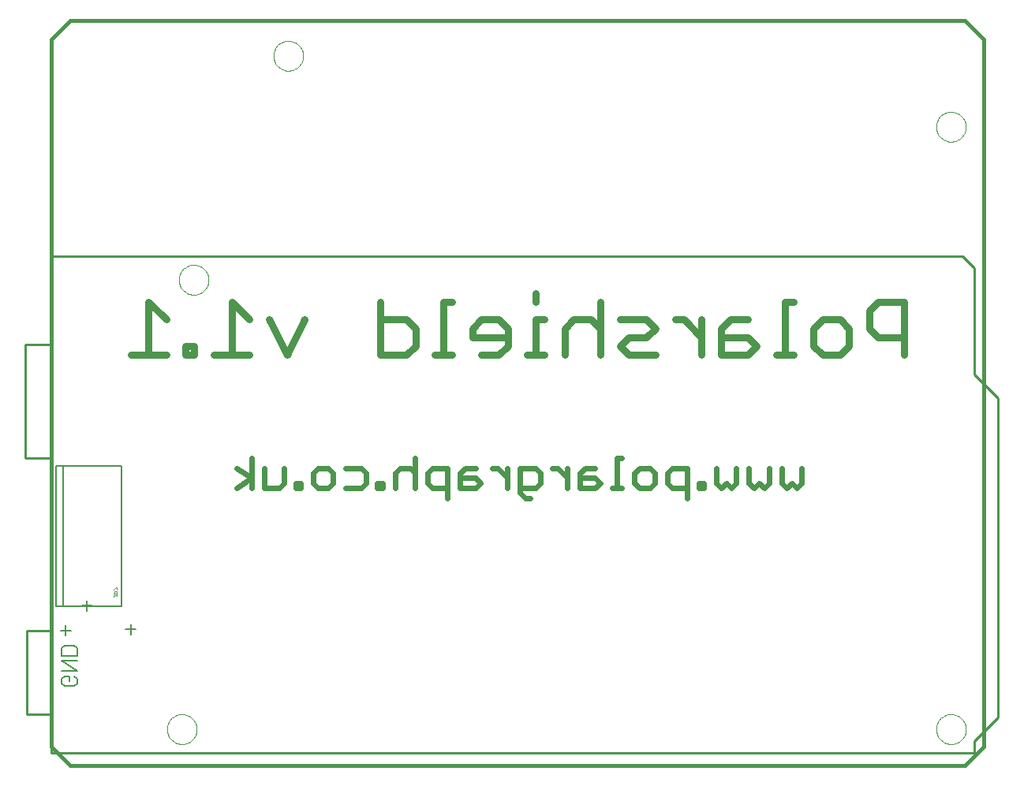
<source format=gbo>
G75*
G70*
%OFA0B0*%
%FSLAX24Y24*%
%IPPOS*%
%LPD*%
%AMOC8*
5,1,8,0,0,1.08239X$1,22.5*
%
%ADD10C,0.0160*%
%ADD11C,0.0300*%
%ADD12C,0.0230*%
%ADD13C,0.0000*%
%ADD14C,0.0060*%
%ADD15C,0.0100*%
%ADD16C,0.0080*%
%ADD17C,0.0010*%
D10*
X001915Y001160D02*
X002702Y000373D01*
X040498Y000373D01*
X041285Y001160D01*
X041285Y031082D01*
X040498Y031869D01*
X002702Y031869D01*
X001915Y031082D01*
X001915Y001160D01*
D11*
X005268Y017728D02*
X006762Y017728D01*
X007558Y017728D02*
X007558Y018101D01*
X007932Y018101D01*
X007932Y017728D01*
X007558Y017728D01*
X008776Y017728D02*
X010271Y017728D01*
X009523Y017728D02*
X009523Y019970D01*
X010271Y019222D01*
X011115Y019222D02*
X011862Y017728D01*
X012609Y019222D01*
X015792Y019222D02*
X016913Y019222D01*
X017287Y018849D01*
X017287Y018101D01*
X016913Y017728D01*
X015792Y017728D01*
X015792Y019970D01*
X018472Y019970D02*
X018472Y017728D01*
X018099Y017728D02*
X018846Y017728D01*
X019690Y018475D02*
X021185Y018475D01*
X021185Y018101D02*
X021185Y018849D01*
X020811Y019222D01*
X020064Y019222D01*
X019690Y018849D01*
X019690Y018475D01*
X020064Y017728D02*
X020811Y017728D01*
X021185Y018101D01*
X021997Y017728D02*
X022744Y017728D01*
X022370Y017728D02*
X022370Y019222D01*
X022744Y019222D01*
X022370Y019970D02*
X022370Y020343D01*
X023588Y018849D02*
X023962Y019222D01*
X024709Y019222D01*
X025083Y018849D01*
X025927Y019222D02*
X027048Y019222D01*
X027422Y018849D01*
X027048Y018475D01*
X026301Y018475D01*
X025927Y018101D01*
X026301Y017728D01*
X027422Y017728D01*
X028623Y019222D02*
X029371Y018475D01*
X029371Y017728D02*
X029371Y019222D01*
X028623Y019222D02*
X028250Y019222D01*
X030215Y018849D02*
X030215Y017728D01*
X031336Y017728D01*
X031709Y018101D01*
X031336Y018475D01*
X030215Y018475D01*
X030215Y018849D02*
X030588Y019222D01*
X031336Y019222D01*
X032895Y019970D02*
X032895Y017728D01*
X033269Y017728D02*
X032521Y017728D01*
X034113Y018101D02*
X034486Y017728D01*
X035234Y017728D01*
X035607Y018101D01*
X035607Y018849D01*
X035234Y019222D01*
X034486Y019222D01*
X034113Y018849D01*
X034113Y018101D01*
X036451Y018849D02*
X036451Y019596D01*
X036825Y019970D01*
X037946Y019970D01*
X037946Y017728D01*
X037946Y018475D02*
X036825Y018475D01*
X036451Y018849D01*
X033269Y019970D02*
X032895Y019970D01*
X025083Y019970D02*
X025083Y017728D01*
X023588Y017728D02*
X023588Y018849D01*
X018846Y019970D02*
X018472Y019970D01*
X006762Y019222D02*
X006015Y019970D01*
X006015Y017728D01*
D12*
X010362Y013373D02*
X010362Y012102D01*
X010362Y012526D02*
X009726Y012949D01*
X010362Y012526D02*
X009726Y012102D01*
X010896Y012102D02*
X010896Y012949D01*
X010896Y012102D02*
X011531Y012102D01*
X011743Y012314D01*
X011743Y012949D01*
X012222Y012314D02*
X012222Y012102D01*
X012434Y012102D01*
X012434Y012314D01*
X012222Y012314D01*
X012967Y012314D02*
X012967Y012738D01*
X013179Y012949D01*
X013603Y012949D01*
X013815Y012738D01*
X013815Y012314D01*
X013603Y012102D01*
X013179Y012102D01*
X012967Y012314D01*
X014348Y012102D02*
X014984Y012102D01*
X015196Y012314D01*
X015196Y012738D01*
X014984Y012949D01*
X014348Y012949D01*
X015675Y012314D02*
X015675Y012102D01*
X015886Y012102D01*
X015886Y012314D01*
X015675Y012314D01*
X016420Y012102D02*
X016420Y012738D01*
X016632Y012949D01*
X017056Y012949D01*
X017268Y012738D01*
X017801Y012738D02*
X017801Y012314D01*
X018013Y012102D01*
X018649Y012102D01*
X019182Y012102D02*
X019818Y012102D01*
X020030Y012314D01*
X019818Y012526D01*
X019182Y012526D01*
X019182Y012738D02*
X019182Y012102D01*
X019182Y012738D02*
X019394Y012949D01*
X019818Y012949D01*
X020545Y012949D02*
X020757Y012949D01*
X021181Y012526D01*
X021181Y012949D02*
X021181Y012102D01*
X021715Y012102D02*
X022350Y012102D01*
X022562Y012314D01*
X022562Y012738D01*
X022350Y012949D01*
X021715Y012949D01*
X021715Y011890D01*
X021926Y011678D01*
X022138Y011678D01*
X023077Y012949D02*
X023289Y012949D01*
X023713Y012526D01*
X023713Y012949D02*
X023713Y012102D01*
X024247Y012102D02*
X024882Y012102D01*
X025094Y012314D01*
X024882Y012526D01*
X024247Y012526D01*
X024247Y012738D02*
X024247Y012102D01*
X024247Y012738D02*
X024458Y012949D01*
X024882Y012949D01*
X025803Y013373D02*
X025803Y012102D01*
X026015Y012102D02*
X025591Y012102D01*
X026549Y012314D02*
X026549Y012738D01*
X026760Y012949D01*
X027184Y012949D01*
X027396Y012738D01*
X027396Y012314D01*
X027184Y012102D01*
X026760Y012102D01*
X026549Y012314D01*
X027930Y012314D02*
X028141Y012102D01*
X028777Y012102D01*
X029256Y012102D02*
X029468Y012102D01*
X029468Y012314D01*
X029256Y012314D01*
X029256Y012102D01*
X028777Y011678D02*
X028777Y012949D01*
X028141Y012949D01*
X027930Y012738D01*
X027930Y012314D01*
X030001Y012314D02*
X030001Y012949D01*
X030001Y012314D02*
X030213Y012102D01*
X030425Y012314D01*
X030637Y012102D01*
X030849Y012314D01*
X030849Y012949D01*
X031382Y012949D02*
X031382Y012314D01*
X031594Y012102D01*
X031806Y012314D01*
X032018Y012102D01*
X032230Y012314D01*
X032230Y012949D01*
X032764Y012949D02*
X032764Y012314D01*
X032975Y012102D01*
X033187Y012314D01*
X033399Y012102D01*
X033611Y012314D01*
X033611Y012949D01*
X026015Y013373D02*
X025803Y013373D01*
X018649Y012949D02*
X018649Y011678D01*
X017268Y012102D02*
X017268Y013373D01*
X017801Y012738D02*
X018013Y012949D01*
X018649Y012949D01*
D13*
X007285Y020904D02*
X007287Y020954D01*
X007293Y021004D01*
X007303Y021053D01*
X007317Y021101D01*
X007334Y021148D01*
X007355Y021193D01*
X007380Y021237D01*
X007408Y021278D01*
X007440Y021317D01*
X007474Y021354D01*
X007511Y021388D01*
X007551Y021418D01*
X007593Y021445D01*
X007637Y021469D01*
X007683Y021490D01*
X007730Y021506D01*
X007778Y021519D01*
X007828Y021528D01*
X007877Y021533D01*
X007928Y021534D01*
X007978Y021531D01*
X008027Y021524D01*
X008076Y021513D01*
X008124Y021498D01*
X008170Y021480D01*
X008215Y021458D01*
X008258Y021432D01*
X008299Y021403D01*
X008338Y021371D01*
X008374Y021336D01*
X008406Y021298D01*
X008436Y021258D01*
X008463Y021215D01*
X008486Y021171D01*
X008505Y021125D01*
X008521Y021077D01*
X008533Y021028D01*
X008541Y020979D01*
X008545Y020929D01*
X008545Y020879D01*
X008541Y020829D01*
X008533Y020780D01*
X008521Y020731D01*
X008505Y020683D01*
X008486Y020637D01*
X008463Y020593D01*
X008436Y020550D01*
X008406Y020510D01*
X008374Y020472D01*
X008338Y020437D01*
X008299Y020405D01*
X008258Y020376D01*
X008215Y020350D01*
X008170Y020328D01*
X008124Y020310D01*
X008076Y020295D01*
X008027Y020284D01*
X007978Y020277D01*
X007928Y020274D01*
X007877Y020275D01*
X007828Y020280D01*
X007778Y020289D01*
X007730Y020302D01*
X007683Y020318D01*
X007637Y020339D01*
X007593Y020363D01*
X007551Y020390D01*
X007511Y020420D01*
X007474Y020454D01*
X007440Y020491D01*
X007408Y020530D01*
X007380Y020571D01*
X007355Y020615D01*
X007334Y020660D01*
X007317Y020707D01*
X007303Y020755D01*
X007293Y020804D01*
X007287Y020854D01*
X007285Y020904D01*
X011285Y030373D02*
X011287Y030423D01*
X011293Y030473D01*
X011303Y030522D01*
X011317Y030570D01*
X011334Y030617D01*
X011355Y030662D01*
X011380Y030706D01*
X011408Y030747D01*
X011440Y030786D01*
X011474Y030823D01*
X011511Y030857D01*
X011551Y030887D01*
X011593Y030914D01*
X011637Y030938D01*
X011683Y030959D01*
X011730Y030975D01*
X011778Y030988D01*
X011828Y030997D01*
X011877Y031002D01*
X011928Y031003D01*
X011978Y031000D01*
X012027Y030993D01*
X012076Y030982D01*
X012124Y030967D01*
X012170Y030949D01*
X012215Y030927D01*
X012258Y030901D01*
X012299Y030872D01*
X012338Y030840D01*
X012374Y030805D01*
X012406Y030767D01*
X012436Y030727D01*
X012463Y030684D01*
X012486Y030640D01*
X012505Y030594D01*
X012521Y030546D01*
X012533Y030497D01*
X012541Y030448D01*
X012545Y030398D01*
X012545Y030348D01*
X012541Y030298D01*
X012533Y030249D01*
X012521Y030200D01*
X012505Y030152D01*
X012486Y030106D01*
X012463Y030062D01*
X012436Y030019D01*
X012406Y029979D01*
X012374Y029941D01*
X012338Y029906D01*
X012299Y029874D01*
X012258Y029845D01*
X012215Y029819D01*
X012170Y029797D01*
X012124Y029779D01*
X012076Y029764D01*
X012027Y029753D01*
X011978Y029746D01*
X011928Y029743D01*
X011877Y029744D01*
X011828Y029749D01*
X011778Y029758D01*
X011730Y029771D01*
X011683Y029787D01*
X011637Y029808D01*
X011593Y029832D01*
X011551Y029859D01*
X011511Y029889D01*
X011474Y029923D01*
X011440Y029960D01*
X011408Y029999D01*
X011380Y030040D01*
X011355Y030084D01*
X011334Y030129D01*
X011317Y030176D01*
X011303Y030224D01*
X011293Y030273D01*
X011287Y030323D01*
X011285Y030373D01*
X039285Y027373D02*
X039287Y027423D01*
X039293Y027473D01*
X039303Y027522D01*
X039317Y027570D01*
X039334Y027617D01*
X039355Y027662D01*
X039380Y027706D01*
X039408Y027747D01*
X039440Y027786D01*
X039474Y027823D01*
X039511Y027857D01*
X039551Y027887D01*
X039593Y027914D01*
X039637Y027938D01*
X039683Y027959D01*
X039730Y027975D01*
X039778Y027988D01*
X039828Y027997D01*
X039877Y028002D01*
X039928Y028003D01*
X039978Y028000D01*
X040027Y027993D01*
X040076Y027982D01*
X040124Y027967D01*
X040170Y027949D01*
X040215Y027927D01*
X040258Y027901D01*
X040299Y027872D01*
X040338Y027840D01*
X040374Y027805D01*
X040406Y027767D01*
X040436Y027727D01*
X040463Y027684D01*
X040486Y027640D01*
X040505Y027594D01*
X040521Y027546D01*
X040533Y027497D01*
X040541Y027448D01*
X040545Y027398D01*
X040545Y027348D01*
X040541Y027298D01*
X040533Y027249D01*
X040521Y027200D01*
X040505Y027152D01*
X040486Y027106D01*
X040463Y027062D01*
X040436Y027019D01*
X040406Y026979D01*
X040374Y026941D01*
X040338Y026906D01*
X040299Y026874D01*
X040258Y026845D01*
X040215Y026819D01*
X040170Y026797D01*
X040124Y026779D01*
X040076Y026764D01*
X040027Y026753D01*
X039978Y026746D01*
X039928Y026743D01*
X039877Y026744D01*
X039828Y026749D01*
X039778Y026758D01*
X039730Y026771D01*
X039683Y026787D01*
X039637Y026808D01*
X039593Y026832D01*
X039551Y026859D01*
X039511Y026889D01*
X039474Y026923D01*
X039440Y026960D01*
X039408Y026999D01*
X039380Y027040D01*
X039355Y027084D01*
X039334Y027129D01*
X039317Y027176D01*
X039303Y027224D01*
X039293Y027273D01*
X039287Y027323D01*
X039285Y027373D01*
X039285Y001904D02*
X039287Y001954D01*
X039293Y002004D01*
X039303Y002053D01*
X039317Y002101D01*
X039334Y002148D01*
X039355Y002193D01*
X039380Y002237D01*
X039408Y002278D01*
X039440Y002317D01*
X039474Y002354D01*
X039511Y002388D01*
X039551Y002418D01*
X039593Y002445D01*
X039637Y002469D01*
X039683Y002490D01*
X039730Y002506D01*
X039778Y002519D01*
X039828Y002528D01*
X039877Y002533D01*
X039928Y002534D01*
X039978Y002531D01*
X040027Y002524D01*
X040076Y002513D01*
X040124Y002498D01*
X040170Y002480D01*
X040215Y002458D01*
X040258Y002432D01*
X040299Y002403D01*
X040338Y002371D01*
X040374Y002336D01*
X040406Y002298D01*
X040436Y002258D01*
X040463Y002215D01*
X040486Y002171D01*
X040505Y002125D01*
X040521Y002077D01*
X040533Y002028D01*
X040541Y001979D01*
X040545Y001929D01*
X040545Y001879D01*
X040541Y001829D01*
X040533Y001780D01*
X040521Y001731D01*
X040505Y001683D01*
X040486Y001637D01*
X040463Y001593D01*
X040436Y001550D01*
X040406Y001510D01*
X040374Y001472D01*
X040338Y001437D01*
X040299Y001405D01*
X040258Y001376D01*
X040215Y001350D01*
X040170Y001328D01*
X040124Y001310D01*
X040076Y001295D01*
X040027Y001284D01*
X039978Y001277D01*
X039928Y001274D01*
X039877Y001275D01*
X039828Y001280D01*
X039778Y001289D01*
X039730Y001302D01*
X039683Y001318D01*
X039637Y001339D01*
X039593Y001363D01*
X039551Y001390D01*
X039511Y001420D01*
X039474Y001454D01*
X039440Y001491D01*
X039408Y001530D01*
X039380Y001571D01*
X039355Y001615D01*
X039334Y001660D01*
X039317Y001707D01*
X039303Y001755D01*
X039293Y001804D01*
X039287Y001854D01*
X039285Y001904D01*
X006785Y001904D02*
X006787Y001954D01*
X006793Y002004D01*
X006803Y002053D01*
X006817Y002101D01*
X006834Y002148D01*
X006855Y002193D01*
X006880Y002237D01*
X006908Y002278D01*
X006940Y002317D01*
X006974Y002354D01*
X007011Y002388D01*
X007051Y002418D01*
X007093Y002445D01*
X007137Y002469D01*
X007183Y002490D01*
X007230Y002506D01*
X007278Y002519D01*
X007328Y002528D01*
X007377Y002533D01*
X007428Y002534D01*
X007478Y002531D01*
X007527Y002524D01*
X007576Y002513D01*
X007624Y002498D01*
X007670Y002480D01*
X007715Y002458D01*
X007758Y002432D01*
X007799Y002403D01*
X007838Y002371D01*
X007874Y002336D01*
X007906Y002298D01*
X007936Y002258D01*
X007963Y002215D01*
X007986Y002171D01*
X008005Y002125D01*
X008021Y002077D01*
X008033Y002028D01*
X008041Y001979D01*
X008045Y001929D01*
X008045Y001879D01*
X008041Y001829D01*
X008033Y001780D01*
X008021Y001731D01*
X008005Y001683D01*
X007986Y001637D01*
X007963Y001593D01*
X007936Y001550D01*
X007906Y001510D01*
X007874Y001472D01*
X007838Y001437D01*
X007799Y001405D01*
X007758Y001376D01*
X007715Y001350D01*
X007670Y001328D01*
X007624Y001310D01*
X007576Y001295D01*
X007527Y001284D01*
X007478Y001277D01*
X007428Y001274D01*
X007377Y001275D01*
X007328Y001280D01*
X007278Y001289D01*
X007230Y001302D01*
X007183Y001318D01*
X007137Y001339D01*
X007093Y001363D01*
X007051Y001390D01*
X007011Y001420D01*
X006974Y001454D01*
X006940Y001491D01*
X006908Y001530D01*
X006880Y001571D01*
X006855Y001615D01*
X006834Y001660D01*
X006817Y001707D01*
X006803Y001755D01*
X006793Y001804D01*
X006787Y001854D01*
X006785Y001904D01*
D14*
X002985Y003826D02*
X002879Y003719D01*
X002452Y003719D01*
X002345Y003826D01*
X002345Y004040D01*
X002452Y004146D01*
X002665Y004146D01*
X002665Y003933D01*
X002879Y004146D02*
X002985Y004040D01*
X002985Y003826D01*
X002985Y004364D02*
X002345Y004364D01*
X002345Y004791D02*
X002985Y004791D01*
X002985Y005008D02*
X002985Y005329D01*
X002879Y005435D01*
X002452Y005435D01*
X002345Y005329D01*
X002345Y005008D01*
X002985Y005008D01*
X002985Y004364D02*
X002345Y004791D01*
X002508Y005860D02*
X002508Y006287D01*
X002295Y006073D02*
X002722Y006073D01*
X003408Y006910D02*
X003408Y007337D01*
X003195Y007123D02*
X003622Y007123D01*
X005045Y006123D02*
X005472Y006123D01*
X005258Y005910D02*
X005258Y006337D01*
D15*
X001915Y000904D02*
X040915Y000904D01*
X040915Y001404D01*
X041915Y002404D01*
X041915Y015904D01*
X040915Y016904D01*
X040915Y021404D01*
X040415Y021904D01*
X001915Y021904D01*
X001915Y018164D01*
X000813Y018164D01*
X000813Y013361D01*
X001915Y013361D01*
X001915Y000904D01*
X001876Y002534D02*
X000860Y002534D01*
X000860Y006078D01*
X001876Y006078D01*
X001915Y013361D02*
X001915Y018164D01*
D16*
X002098Y013034D02*
X002098Y007089D01*
X002413Y007089D01*
X002413Y013034D01*
X002098Y013034D01*
X002413Y013034D02*
X004854Y013034D01*
X004854Y007089D01*
X002413Y007089D01*
D17*
X004520Y007525D02*
X004520Y007550D01*
X004545Y007575D01*
X004670Y007575D01*
X004670Y007550D02*
X004670Y007600D01*
X004670Y007647D02*
X004670Y007722D01*
X004645Y007747D01*
X004595Y007747D01*
X004570Y007722D01*
X004570Y007647D01*
X004520Y007647D02*
X004670Y007647D01*
X004670Y007795D02*
X004670Y007895D01*
X004645Y007895D01*
X004545Y007795D01*
X004520Y007795D01*
X004520Y007525D02*
X004545Y007500D01*
M02*

</source>
